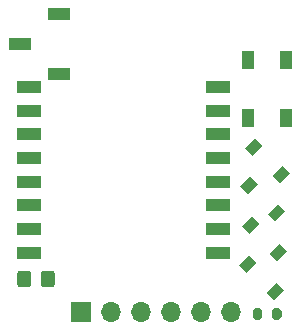
<source format=gbr>
%TF.GenerationSoftware,KiCad,Pcbnew,(5.1.9)-1*%
%TF.CreationDate,2021-06-07T11:13:51+02:00*%
%TF.ProjectId,esp32PicoD4,65737033-3250-4696-936f-44342e6b6963,rev?*%
%TF.SameCoordinates,Original*%
%TF.FileFunction,Soldermask,Bot*%
%TF.FilePolarity,Negative*%
%FSLAX46Y46*%
G04 Gerber Fmt 4.6, Leading zero omitted, Abs format (unit mm)*
G04 Created by KiCad (PCBNEW (5.1.9)-1) date 2021-06-07 11:13:51*
%MOMM*%
%LPD*%
G01*
G04 APERTURE LIST*
%ADD10R,1.900000X1.000000*%
%ADD11C,0.100000*%
%ADD12R,1.000000X1.500000*%
%ADD13O,1.700000X1.700000*%
%ADD14R,1.700000X1.700000*%
%ADD15R,2.000000X1.000000*%
G04 APERTURE END LIST*
%TO.C,R9*%
G36*
G01*
X207093000Y-102087000D02*
X207093000Y-102637000D01*
G75*
G02*
X206893000Y-102837000I-200000J0D01*
G01*
X206493000Y-102837000D01*
G75*
G02*
X206293000Y-102637000I0J200000D01*
G01*
X206293000Y-102087000D01*
G75*
G02*
X206493000Y-101887000I200000J0D01*
G01*
X206893000Y-101887000D01*
G75*
G02*
X207093000Y-102087000I0J-200000D01*
G01*
G37*
G36*
G01*
X208743000Y-102087000D02*
X208743000Y-102637000D01*
G75*
G02*
X208543000Y-102837000I-200000J0D01*
G01*
X208143000Y-102837000D01*
G75*
G02*
X207943000Y-102637000I0J200000D01*
G01*
X207943000Y-102087000D01*
G75*
G02*
X208143000Y-101887000I200000J0D01*
G01*
X208543000Y-101887000D01*
G75*
G02*
X208743000Y-102087000I0J-200000D01*
G01*
G37*
%TD*%
D10*
%TO.C,J2*%
X189864000Y-76962000D03*
X189864000Y-82042000D03*
X186564000Y-79502000D03*
%TD*%
D11*
%TO.C,D7*%
G36*
X206736462Y-91333934D02*
G01*
X205887934Y-92182462D01*
X205251538Y-91546066D01*
X206100066Y-90697538D01*
X206736462Y-91333934D01*
G37*
G36*
X209069914Y-93667386D02*
G01*
X208221386Y-94515914D01*
X207584990Y-93879518D01*
X208433518Y-93030990D01*
X209069914Y-93667386D01*
G37*
%TD*%
%TO.C,D6*%
G36*
X206839736Y-94739208D02*
G01*
X205991208Y-95587736D01*
X205354812Y-94951340D01*
X206203340Y-94102812D01*
X206839736Y-94739208D01*
G37*
G36*
X209173188Y-97072660D02*
G01*
X208324660Y-97921188D01*
X207688264Y-97284792D01*
X208536792Y-96436264D01*
X209173188Y-97072660D01*
G37*
%TD*%
%TO.C,D5*%
G36*
X206585736Y-98041208D02*
G01*
X205737208Y-98889736D01*
X205100812Y-98253340D01*
X205949340Y-97404812D01*
X206585736Y-98041208D01*
G37*
G36*
X208919188Y-100374660D02*
G01*
X208070660Y-101223188D01*
X207434264Y-100586792D01*
X208282792Y-99738264D01*
X208919188Y-100374660D01*
G37*
%TD*%
%TO.C,D2*%
G36*
X207942264Y-90680792D02*
G01*
X208790792Y-89832264D01*
X209427188Y-90468660D01*
X208578660Y-91317188D01*
X207942264Y-90680792D01*
G37*
G36*
X205608812Y-88347340D02*
G01*
X206457340Y-87498812D01*
X207093736Y-88135208D01*
X206245208Y-88983736D01*
X205608812Y-88347340D01*
G37*
%TD*%
D12*
%TO.C,D3*%
X209118000Y-85762000D03*
X205918000Y-85762000D03*
X209118000Y-80862000D03*
X205918000Y-80862000D03*
%TD*%
D13*
%TO.C,J1*%
X204470000Y-102208000D03*
X201930000Y-102208000D03*
X199390000Y-102208000D03*
X196850000Y-102208000D03*
X194310000Y-102208000D03*
D14*
X191770000Y-102208000D03*
%TD*%
%TO.C,R4*%
G36*
G01*
X188360000Y-99850001D02*
X188360000Y-98949999D01*
G75*
G02*
X188609999Y-98700000I249999J0D01*
G01*
X189310001Y-98700000D01*
G75*
G02*
X189560000Y-98949999I0J-249999D01*
G01*
X189560000Y-99850001D01*
G75*
G02*
X189310001Y-100100000I-249999J0D01*
G01*
X188609999Y-100100000D01*
G75*
G02*
X188360000Y-99850001I0J249999D01*
G01*
G37*
G36*
G01*
X186360000Y-99850001D02*
X186360000Y-98949999D01*
G75*
G02*
X186609999Y-98700000I249999J0D01*
G01*
X187310001Y-98700000D01*
G75*
G02*
X187560000Y-98949999I0J-249999D01*
G01*
X187560000Y-99850001D01*
G75*
G02*
X187310001Y-100100000I-249999J0D01*
G01*
X186609999Y-100100000D01*
G75*
G02*
X186360000Y-99850001I0J249999D01*
G01*
G37*
%TD*%
D15*
%TO.C,RFM95*%
X203326000Y-97170000D03*
X203326000Y-95170000D03*
X203326000Y-93170000D03*
X203326000Y-91170000D03*
X203326000Y-89170000D03*
X203326000Y-87170000D03*
X203326000Y-85170000D03*
X203326000Y-83170000D03*
X187326000Y-83170000D03*
X187326000Y-85170000D03*
X187326000Y-87170000D03*
X187326000Y-89170000D03*
X187326000Y-91170000D03*
X187326000Y-93170000D03*
X187326000Y-95170000D03*
X187326000Y-97170000D03*
%TD*%
M02*

</source>
